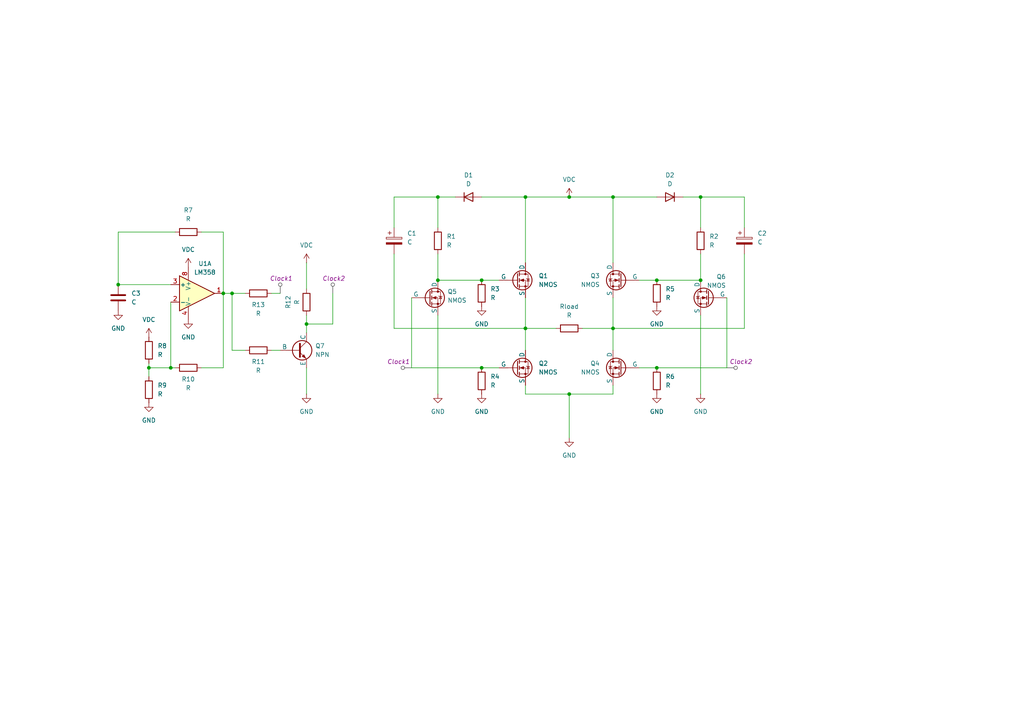
<source format=kicad_sch>
(kicad_sch (version 20231120) (generator "eeschema") (generator_version "8.0")
  (paper "A4")
  (lib_symbols
    (symbol "Amplifier_Operational:LM358" (pin_names (offset 0.127))
      (property "Reference" "U" (at 0 5.08 0))
      (property "Value" "LM358" (at 0 -5.08 0))
      (symbol "LM358_1_1"
        (polyline (pts (xy -5.08 5.08) (xy 5.08 0) (xy -5.08 -5.08) (xy -5.08 5.08)) (stroke (width 0.254)) (fill (type background)))
        (pin output line (at 7.62 0 180) (length 2.54) (name "~") (number "1"))
        (pin input line (at -7.62 -2.54 0) (length 2.54) (name "-") (number "2"))
        (pin input line (at -7.62 2.54 0) (length 2.54) (name "+") (number "3"))
      )
      (symbol "LM358_2_1"
        (polyline (pts (xy -5.08 5.08) (xy 5.08 0) (xy -5.08 -5.08) (xy -5.08 5.08)) (stroke (width 0.254)) (fill (type background)))
        (pin input line (at -7.62 2.54 0) (length 2.54) (name "+") (number "5"))
        (pin input line (at -7.62 -2.54 0) (length 2.54) (name "-") (number "6"))
        (pin output line (at 7.62 0 180) (length 2.54) (name "~") (number "7"))
      )
      (symbol "LM358_3_1"
        (pin power_in line (at -2.54 -7.62 90) (length 3.81) (name "V-") (number "4"))
        (pin power_in line (at -2.54 7.62 270) (length 3.81) (name "V+") (number "8"))
      )
    )
    (symbol "Device:C" (pin_numbers hide) (pin_names (offset 0.254))
      (property "Reference" "C" (at 0.635 2.54 0))
      (property "Value" "C" (at 0.635 -2.54 0))
      (symbol "C_0_1"
        (polyline (pts (xy -2.032 -0.762) (xy 2.032 -0.762)) (stroke (width 0.508)))
        (polyline (pts (xy -2.032 0.762) (xy 2.032 0.762)) (stroke (width 0.508)))
      )
      (symbol "C_1_1"
        (pin passive line (at 0 3.81 270) (length 2.794) (name "~") (number "1"))
        (pin passive line (at 0 -3.81 90) (length 2.794) (name "~") (number "2"))
      )
    )
    (symbol "Device:C_Polarized" (pin_numbers hide) (pin_names (offset 0.254))
      (property "Reference" "C" (at 0.635 2.54 0))
      (property "Value" "C_Polarized" (at 0.635 -2.54 0))
      (symbol "C_Polarized_0_1"
        (rectangle (start -2.286 0.508) (end 2.286 1.016))
        (polyline (pts (xy -1.778 2.286) (xy -0.762 2.286)))
        (polyline (pts (xy -1.27 2.794) (xy -1.27 1.778)))
        (rectangle (start 2.286 -0.508) (end -2.286 -1.016) (fill (type outline)))
      )
      (symbol "C_Polarized_1_1"
        (pin passive line (at 0 3.81 270) (length 2.794) (name "~") (number "1"))
        (pin passive line (at 0 -3.81 90) (length 2.794) (name "~") (number "2"))
      )
    )
    (symbol "Device:D" (pin_numbers hide) (pin_names (offset 1.016) hide)
      (property "Reference" "D" (at 0 2.54 0))
      (property "Value" "D" (at 0 -2.54 0))
      (symbol "D_0_1"
        (polyline (pts (xy -1.27 1.27) (xy -1.27 -1.27)) (stroke (width 0.254)))
        (polyline (pts (xy 1.27 0) (xy -1.27 0)))
        (polyline (pts (xy 1.27 1.27) (xy 1.27 -1.27) (xy -1.27 0) (xy 1.27 1.27)) (stroke (width 0.254)))
      )
      (symbol "D_1_1"
        (pin passive line (at -3.81 0 0) (length 2.54) (name "K") (number "1"))
        (pin passive line (at 3.81 0 180) (length 2.54) (name "A") (number "2"))
      )
    )
    (symbol "Device:R" (pin_numbers hide) (pin_names (offset 0))
      (property "Reference" "R" (at 2.032 0 90))
      (property "Value" "R" (at 0 0 90))
      (symbol "R_0_1"
        (rectangle (start -1.016 -2.54) (end 1.016 2.54) (stroke (width 0.254)))
      )
      (symbol "R_1_1"
        (pin passive line (at 0 3.81 270) (length 1.27) (name "~") (number "1"))
        (pin passive line (at 0 -3.81 90) (length 1.27) (name "~") (number "2"))
      )
    )
    (symbol "Simulation_SPICE:NMOS" (pin_numbers hide) (pin_names (offset 0))
      (property "Reference" "Q" (at 5.08 1.27 0))
      (property "Value" "NMOS" (at 5.08 -1.27 0))
      (symbol "NMOS_0_1"
        (polyline (pts (xy 0.254 0) (xy -2.54 0)))
        (polyline (pts (xy 0.254 1.905) (xy 0.254 -1.905)) (stroke (width 0.254)))
        (polyline (pts (xy 0.762 -1.27) (xy 0.762 -2.286)) (stroke (width 0.254)))
        (polyline (pts (xy 0.762 0.508) (xy 0.762 -0.508)) (stroke (width 0.254)))
        (polyline (pts (xy 0.762 2.286) (xy 0.762 1.27)) (stroke (width 0.254)))
        (polyline (pts (xy 2.54 2.54) (xy 2.54 1.778)))
        (polyline (pts (xy 2.54 -2.54) (xy 2.54 0) (xy 0.762 0)))
        (polyline (pts (xy 0.762 -1.778) (xy 3.302 -1.778) (xy 3.302 1.778) (xy 0.762 1.778)))
        (polyline (pts (xy 1.016 0) (xy 2.032 0.381) (xy 2.032 -0.381) (xy 1.016 0)) (fill (type outline)))
        (polyline (pts (xy 2.794 0.508) (xy 2.921 0.381) (xy 3.683 0.381) (xy 3.81 0.254)))
        (polyline (pts (xy 3.302 0.381) (xy 2.921 -0.254) (xy 3.683 -0.254) (xy 3.302 0.381)))
        (circle (center 1.651 0) (radius 2.794) (stroke (width 0.254)))
        (circle (center 2.54 -1.778) (radius 0.254) (fill (type outline)))
        (circle (center 2.54 1.778) (radius 0.254) (fill (type outline)))
      )
      (symbol "NMOS_1_1"
        (pin passive line (at 2.54 5.08 270) (length 2.54) (name "D") (number "1"))
        (pin input line (at -5.08 0 0) (length 2.54) (name "G") (number "2"))
        (pin passive line (at 2.54 -5.08 90) (length 2.54) (name "S") (number "3"))
      )
    )
    (symbol "Simulation_SPICE:NPN" (pin_numbers hide) (pin_names (offset 0))
      (property "Reference" "Q" (at -2.54 7.62 0))
      (property "Value" "NPN" (at -2.54 5.08 0))
      (symbol "NPN_0_1"
        (polyline (pts (xy -2.54 0) (xy 0.635 0)) (stroke (width 0.1524)))
        (polyline (pts (xy 0.635 0.635) (xy 2.54 2.54)))
        (polyline (pts (xy 2.794 -1.27) (xy 2.794 -1.27)) (stroke (width 0.1524)))
        (polyline (pts (xy 2.794 -1.27) (xy 2.794 -1.27)) (stroke (width 0.1524)))
        (polyline (pts (xy 0.635 -0.635) (xy 2.54 -2.54) (xy 2.54 -2.54)))
        (polyline (pts (xy 0.635 1.905) (xy 0.635 -1.905) (xy 0.635 -1.905)) (stroke (width 0.508)))
        (polyline (pts (xy 1.27 -1.778) (xy 1.778 -1.27) (xy 2.286 -2.286) (xy 1.27 -1.778) (xy 1.27 -1.778)) (fill (type outline)))
        (circle (center 1.27 0) (radius 2.8194) (stroke (width 0.254)))
      )
      (symbol "NPN_1_1"
        (pin open_collector line (at 2.54 5.08 270) (length 2.54) (name "C") (number "1"))
        (pin input line (at -5.08 0 0) (length 2.54) (name "B") (number "2"))
        (pin open_emitter line (at 2.54 -5.08 90) (length 2.54) (name "E") (number "3"))
      )
    )
    (symbol "power:GND" (power) (pin_numbers hide) (pin_names (offset 0) hide)
      (property "Value" "GND" (at 0 -3.81 0))
      (symbol "GND_0_1"
        (polyline (pts (xy 0 0) (xy 0 -1.27) (xy 1.27 -1.27) (xy 0 -2.54) (xy -1.27 -1.27) (xy 0 -1.27)))
      )
      (symbol "GND_1_1"
        (pin power_in line (at 0 0 270) (length 0) (name "~") (number "1"))
      )
    )
    (symbol "power:VDC" (power) (pin_numbers hide) (pin_names (offset 0) hide)
      (property "Value" "VDC" (at 0 3.556 0))
      (symbol "VDC_0_1"
        (polyline (pts (xy -0.762 1.27) (xy 0 2.54)))
        (polyline (pts (xy 0 0) (xy 0 2.54)))
        (polyline (pts (xy 0 2.54) (xy 0.762 1.27)))
      )
      (symbol "VDC_1_1"
        (pin power_in line (at 0 0 90) (length 0) (name "~") (number "1"))
      )
    )
  )
  (junction (at 43.18 106.68))
  (junction (at 203.2 57.15))
  (junction (at 127 81.28))
  (junction (at 165.1 57.15))
  (junction (at 127 57.15))
  (junction (at 165.1 114.3))
  (junction (at 177.8 95.25))
  (junction (at 152.4 57.15))
  (junction (at 64.77 85.09))
  (junction (at 177.8 57.15))
  (junction (at 203.2 81.28))
  (junction (at 190.5 106.68))
  (junction (at 139.7 81.28))
  (junction (at 88.9 93.98))
  (junction (at 152.4 95.25))
  (junction (at 67.31 85.09))
  (junction (at 34.29 82.55))
  (junction (at 139.7 106.68))
  (junction (at 49.53 106.68))
  (junction (at 190.5 81.28))
  (wire (pts (xy 177.8 95.25) (xy 215.9 95.25)))
  (wire (pts (xy 132.08 57.15) (xy 127 57.15)))
  (wire (pts (xy 139.7 106.68) (xy 144.78 106.68)))
  (wire (pts (xy 203.2 57.15) (xy 215.9 57.15)))
  (wire (pts (xy 49.53 106.68) (xy 50.8 106.68)))
  (wire (pts (xy 215.9 73.66) (xy 215.9 95.25)))
  (wire (pts (xy 127 57.15) (xy 127 66.04)))
  (wire (pts (xy 177.8 57.15) (xy 190.5 57.15)))
  (wire (pts (xy 210.82 106.68) (xy 210.82 86.36)))
  (wire (pts (xy 190.5 81.28) (xy 203.2 81.28)))
  (wire (pts (xy 185.42 106.68) (xy 190.5 106.68)))
  (wire (pts (xy 64.77 67.31) (xy 64.77 85.09)))
  (wire (pts (xy 177.8 111.76) (xy 177.8 114.3)))
  (wire (pts (xy 78.74 101.6) (xy 81.28 101.6)))
  (wire (pts (xy 88.9 76.2) (xy 88.9 83.82)))
  (wire (pts (xy 78.74 85.09) (xy 81.28 85.09)))
  (wire (pts (xy 67.31 85.09) (xy 71.12 85.09)))
  (wire (pts (xy 88.9 93.98) (xy 88.9 96.52)))
  (wire (pts (xy 127 91.44) (xy 127 114.3)))
  (wire (pts (xy 50.8 67.31) (xy 34.29 67.31)))
  (wire (pts (xy 152.4 95.25) (xy 161.29 95.25)))
  (wire (pts (xy 114.3 57.15) (xy 127 57.15)))
  (wire (pts (xy 88.9 91.44) (xy 88.9 93.98)))
  (wire (pts (xy 198.12 57.15) (xy 203.2 57.15)))
  (wire (pts (xy 203.2 73.66) (xy 203.2 81.28)))
  (wire (pts (xy 49.53 87.63) (xy 49.53 106.68)))
  (wire (pts (xy 152.4 95.25) (xy 152.4 101.6)))
  (wire (pts (xy 152.4 114.3) (xy 165.1 114.3)))
  (wire (pts (xy 203.2 91.44) (xy 203.2 114.3)))
  (wire (pts (xy 64.77 85.09) (xy 64.77 106.68)))
  (wire (pts (xy 152.4 86.36) (xy 152.4 95.25)))
  (wire (pts (xy 43.18 105.41) (xy 43.18 106.68)))
  (wire (pts (xy 114.3 66.04) (xy 114.3 57.15)))
  (wire (pts (xy 127 73.66) (xy 127 81.28)))
  (wire (pts (xy 64.77 85.09) (xy 67.31 85.09)))
  (wire (pts (xy 43.18 106.68) (xy 43.18 109.22)))
  (wire (pts (xy 177.8 95.25) (xy 177.8 101.6)))
  (wire (pts (xy 114.3 95.25) (xy 152.4 95.25)))
  (wire (pts (xy 34.29 67.31) (xy 34.29 82.55)))
  (wire (pts (xy 215.9 57.15) (xy 215.9 66.04)))
  (wire (pts (xy 139.7 81.28) (xy 144.78 81.28)))
  (wire (pts (xy 96.52 85.09) (xy 96.52 93.98)))
  (wire (pts (xy 152.4 57.15) (xy 165.1 57.15)))
  (wire (pts (xy 127 81.28) (xy 139.7 81.28)))
  (wire (pts (xy 67.31 101.6) (xy 71.12 101.6)))
  (wire (pts (xy 88.9 93.98) (xy 96.52 93.98)))
  (wire (pts (xy 203.2 57.15) (xy 203.2 66.04)))
  (wire (pts (xy 190.5 106.68) (xy 210.82 106.68)))
  (wire (pts (xy 139.7 57.15) (xy 152.4 57.15)))
  (wire (pts (xy 165.1 114.3) (xy 165.1 127)))
  (wire (pts (xy 114.3 73.66) (xy 114.3 95.25)))
  (wire (pts (xy 34.29 82.55) (xy 49.53 82.55)))
  (wire (pts (xy 43.18 106.68) (xy 49.53 106.68)))
  (wire (pts (xy 168.91 95.25) (xy 177.8 95.25)))
  (wire (pts (xy 152.4 111.76) (xy 152.4 114.3)))
  (wire (pts (xy 177.8 57.15) (xy 177.8 76.2)))
  (wire (pts (xy 58.42 67.31) (xy 64.77 67.31)))
  (wire (pts (xy 119.38 86.36) (xy 119.38 106.68)))
  (wire (pts (xy 119.38 106.68) (xy 139.7 106.68)))
  (wire (pts (xy 185.42 81.28) (xy 190.5 81.28)))
  (wire (pts (xy 67.31 85.09) (xy 67.31 101.6)))
  (wire (pts (xy 165.1 114.3) (xy 177.8 114.3)))
  (wire (pts (xy 58.42 106.68) (xy 64.77 106.68)))
  (wire (pts (xy 152.4 57.15) (xy 152.4 76.2)))
  (wire (pts (xy 165.1 57.15) (xy 177.8 57.15)))
  (wire (pts (xy 88.9 106.68) (xy 88.9 114.3)))
  (wire (pts (xy 177.8 86.36) (xy 177.8 95.25)))
  (netclass_flag "" (length 2.54) (shape round) (at 210.82 106.68 270) (property "Netclass" "Clock2" (at 218.186 104.902 0) (effects (font (italic yes)) (justify right))))
  (netclass_flag "" (length 2.54) (shape round) (at 119.38 106.68 90) (property "Netclass" "Clock1" (at 112.268 104.902 0) (effects (font (italic yes)) (justify left))))
  (netclass_flag "" (length 2.54) (shape round) (at 81.28 85.09 0) (property "Netclass" "Clock1" (at 78.232 80.772 0) (effects (font (italic yes)) (justify left))))
  (netclass_flag "" (length 2.54) (shape round) (at 96.52 85.09 0) (property "Netclass" "Clock2" (at 93.472 80.772 0) (effects (font (italic yes)) (justify left))))
  (symbol (lib_id "Device:R") (at 54.61 67.31 90) (unit 1)
    (property "Reference" "R7" (at 54.61 60.96 90))
    (property "Value" "R" (at 54.61 63.5 90))
    (property "Description" "Resistor" (effects (hide yes)))
  )
  (symbol (lib_id "Simulation_SPICE:NMOS") (at 205.74 86.36 0) (mirror y) (unit 1)
    (property "Reference" "Q6" (at 210.566 80.264 0) (effects (justify left)))
    (property "Value" "NMOS" (at 210.566 82.804 0) (effects (justify left)))
    (property "Datasheet" "https://ngspice.sourceforge.io/docs/ngspice-html-manual/manual.xhtml#cha_MOSFETs" (effects (hide yes)))
    (property "Description" "N-MOSFET transistor, drain/source/gate" (effects (hide yes)))
    (property "Sim.Device" "NMOS" (effects (hide yes)))
    (property "Sim.Type" "VDMOS" (effects (hide yes)))
    (property "Sim.Pins" "1=D 2=G 3=S" (effects (hide yes)))
  )
  (symbol (lib_id "Device:C") (at 34.29 86.36 0) (unit 1)
    (property "Reference" "C3" (at 38.1 85.0899 0) (effects (justify left)))
    (property "Value" "C" (at 38.1 87.6299 0) (effects (justify left)))
    (property "Description" "Unpolarized capacitor" (effects (hide yes)))
  )
  (symbol (lib_id "Device:C_Polarized") (at 215.9 69.85 0) (unit 1)
    (property "Reference" "C2" (at 219.71 67.6909 0) (effects (justify left)))
    (property "Value" "C" (at 219.71 70.2309 0) (effects (justify left)))
    (property "Description" "Polarized capacitor" (effects (hide yes)))
  )
  (symbol (lib_id "Device:R") (at 190.5 85.09 0) (unit 1)
    (property "Reference" "R5" (at 193.04 83.8199 0) (effects (justify left)))
    (property "Value" "R" (at 193.04 86.3599 0) (effects (justify left)))
    (property "Description" "Resistor" (effects (hide yes)))
  )
  (symbol (lib_id "Device:R") (at 139.7 85.09 0) (unit 1)
    (property "Reference" "R3" (at 142.24 83.8199 0) (effects (justify left)))
    (property "Value" "R" (at 142.24 86.3599 0) (effects (justify left)))
    (property "Description" "Resistor" (effects (hide yes)))
  )
  (symbol (lib_id "power:GND") (at 190.5 88.9 0) (unit 1)
    (property "Reference" "#PWR07" (effects (hide yes)))
    (property "Value" "GND" (at 190.5 93.98 0))
    (property "Description" "Power symbol creates a global label with name \"GND\" , ground" (effects (hide yes)))
  )
  (symbol (lib_id "power:GND") (at 34.29 90.17 0) (unit 1)
    (property "Reference" "#PWR013" (effects (hide yes)))
    (property "Value" "GND" (at 34.29 95.25 0))
    (property "Description" "Power symbol creates a global label with name \"GND\" , ground" (effects (hide yes)))
  )
  (symbol (lib_id "Device:D") (at 135.89 57.15 0) (unit 1)
    (property "Reference" "D1" (at 135.89 50.8 0))
    (property "Value" "D" (at 135.89 53.34 0))
    (property "Description" "Diode" (effects (hide yes)))
    (property "Sim.Device" "D" (effects (hide yes)))
    (property "Sim.Pins" "1=K 2=A" (effects (hide yes)))
  )
  (symbol (lib_id "Device:R") (at 127 69.85 0) (unit 1)
    (property "Reference" "R1" (at 129.54 68.5799 0) (effects (justify left)))
    (property "Value" "R" (at 129.54 71.1199 0) (effects (justify left)))
    (property "Description" "Resistor" (effects (hide yes)))
  )
  (symbol (lib_id "power:VDC") (at 165.1 57.15 0) (unit 1)
    (property "Reference" "#PWR01" (effects (hide yes)))
    (property "Value" "VDC" (at 165.1 52.07 0))
    (property "Description" "Power symbol creates a global label with name \"VDC\"" (effects (hide yes)))
  )
  (symbol (lib_id "power:GND") (at 139.7 114.3 0) (unit 1)
    (property "Reference" "#PWR09" (effects (hide yes)))
    (property "Value" "GND" (at 139.7 119.38 0))
    (property "Description" "Power symbol creates a global label with name \"GND\" , ground" (effects (hide yes)))
  )
  (symbol (lib_id "Device:C_Polarized") (at 114.3 69.85 0) (unit 1)
    (property "Reference" "C1" (at 118.11 67.6909 0) (effects (justify left)))
    (property "Value" "C" (at 118.11 70.2309 0) (effects (justify left)))
    (property "Description" "Polarized capacitor" (effects (hide yes)))
  )
  (symbol (lib_id "power:GND") (at 139.7 88.9 0) (unit 1)
    (property "Reference" "#PWR010" (effects (hide yes)))
    (property "Value" "GND" (at 139.7 93.98 0))
    (property "Description" "Power symbol creates a global label with name \"GND\" , ground" (effects (hide yes)))
  )
  (symbol (lib_id "Device:R") (at 74.93 85.09 90) (unit 1)
    (property "Reference" "R13" (at 74.93 88.392 90))
    (property "Value" "R" (at 74.93 90.932 90))
    (property "Description" "Resistor" (effects (hide yes)))
  )
  (symbol (lib_id "Simulation_SPICE:NMOS") (at 180.34 106.68 0) (mirror y) (unit 1)
    (property "Reference" "Q4" (at 173.99 105.4099 0) (effects (justify left)))
    (property "Value" "NMOS" (at 173.99 107.9499 0) (effects (justify left)))
    (property "Datasheet" "https://ngspice.sourceforge.io/docs/ngspice-html-manual/manual.xhtml#cha_MOSFETs" (effects (hide yes)))
    (property "Description" "N-MOSFET transistor, drain/source/gate" (effects (hide yes)))
    (property "Sim.Device" "NMOS" (effects (hide yes)))
    (property "Sim.Type" "VDMOS" (effects (hide yes)))
    (property "Sim.Pins" "1=D 2=G 3=S" (effects (hide yes)))
  )
  (symbol (lib_id "power:VDC") (at 54.61 77.47 0) (unit 1)
    (property "Reference" "#PWR06" (effects (hide yes)))
    (property "Value" "VDC" (at 54.61 72.39 0))
    (property "Description" "Power symbol creates a global label with name \"VDC\"" (effects (hide yes)))
  )
  (symbol (lib_id "Amplifier_Operational:LM358") (at 57.15 85.09 0) (unit 3)
    (property "Reference" "U1" (effects (hide yes)))
    (property "Value" "LM358" (effects (hide yes)))
    (property "Datasheet" "http://www.ti.com/lit/ds/symlink/lm2904-n.pdf" (effects (hide yes)))
    (property "Description" "Low-Power, Dual Operational Amplifiers, DIP-8/SOIC-8/TO-99-8" (effects (hide yes)))
  )
  (symbol (lib_id "power:GND") (at 43.18 116.84 0) (unit 1)
    (property "Reference" "#PWR012" (effects (hide yes)))
    (property "Value" "GND" (at 43.18 121.92 0))
    (property "Description" "Power symbol creates a global label with name \"GND\" , ground" (effects (hide yes)))
  )
  (symbol (lib_id "power:GND") (at 165.1 127 0) (unit 1)
    (property "Reference" "#PWR02" (effects (hide yes)))
    (property "Value" "GND" (at 165.1 132.08 0))
    (property "Description" "Power symbol creates a global label with name \"GND\" , ground" (effects (hide yes)))
  )
  (symbol (lib_id "Simulation_SPICE:NMOS") (at 149.86 106.68 0) (unit 1)
    (property "Reference" "Q2" (at 156.21 105.4099 0) (effects (justify left)))
    (property "Value" "NMOS" (at 156.21 107.9499 0) (effects (justify left)))
    (property "Datasheet" "https://ngspice.sourceforge.io/docs/ngspice-html-manual/manual.xhtml#cha_MOSFETs" (effects (hide yes)))
    (property "Description" "N-MOSFET transistor, drain/source/gate" (effects (hide yes)))
    (property "Sim.Device" "NMOS" (effects (hide yes)))
    (property "Sim.Type" "VDMOS" (effects (hide yes)))
    (property "Sim.Pins" "1=D 2=G 3=S" (effects (hide yes)))
  )
  (symbol (lib_id "Device:R") (at 203.2 69.85 0) (unit 1)
    (property "Reference" "R2" (at 205.74 68.5799 0) (effects (justify left)))
    (property "Value" "R" (at 205.74 71.1199 0) (effects (justify left)))
    (property "Description" "Resistor" (effects (hide yes)))
  )
  (symbol (lib_id "power:GND") (at 88.9 114.3 0) (unit 1)
    (property "Reference" "#PWR015" (effects (hide yes)))
    (property "Value" "GND" (at 88.9 119.38 0))
    (property "Description" "Power symbol creates a global label with name \"GND\" , ground" (effects (hide yes)))
  )
  (symbol (lib_id "power:GND") (at 190.5 114.3 0) (unit 1)
    (property "Reference" "#PWR08" (effects (hide yes)))
    (property "Value" "GND" (at 190.5 119.38 0))
    (property "Description" "Power symbol creates a global label with name \"GND\" , ground" (effects (hide yes)))
  )
  (symbol (lib_id "Device:R") (at 139.7 110.49 0) (unit 1)
    (property "Reference" "R4" (at 142.24 109.2199 0) (effects (justify left)))
    (property "Value" "R" (at 142.24 111.7599 0) (effects (justify left)))
    (property "Description" "Resistor" (effects (hide yes)))
  )
  (symbol (lib_id "power:VDC") (at 43.18 97.79 0) (unit 1)
    (property "Reference" "#PWR011" (effects (hide yes)))
    (property "Value" "VDC" (at 43.18 92.71 0))
    (property "Description" "Power symbol creates a global label with name \"VDC\"" (effects (hide yes)))
  )
  (symbol (lib_id "Device:R") (at 43.18 101.6 0) (unit 1)
    (property "Reference" "R8" (at 45.72 100.3299 0) (effects (justify left)))
    (property "Value" "R" (at 45.72 102.8699 0) (effects (justify left)))
    (property "Description" "Resistor" (effects (hide yes)))
  )
  (symbol (lib_id "Amplifier_Operational:LM358") (at 57.15 85.09 0) (unit 1)
    (property "Reference" "U1" (at 59.436 76.454 0))
    (property "Value" "LM358" (at 59.436 78.994 0))
    (property "Datasheet" "http://www.ti.com/lit/ds/symlink/lm2904-n.pdf" (effects (hide yes)))
    (property "Description" "Low-Power, Dual Operational Amplifiers, DIP-8/SOIC-8/TO-99-8" (effects (hide yes)))
  )
  (symbol (lib_id "Simulation_SPICE:NPN") (at 86.36 101.6 0) (unit 1)
    (property "Reference" "Q7" (at 91.44 100.3299 0) (effects (justify left)))
    (property "Value" "NPN" (at 91.44 102.8699 0) (effects (justify left)))
    (property "Datasheet" "https://ngspice.sourceforge.io/docs/ngspice-html-manual/manual.xhtml#cha_BJTs" (effects (hide yes)))
    (property "Description" "Bipolar transistor symbol for simulation only, substrate tied to the emitter" (effects (hide yes)))
    (property "Sim.Device" "NPN" (effects (hide yes)))
    (property "Sim.Type" "GUMMELPOON" (effects (hide yes)))
    (property "Sim.Pins" "1=C 2=B 3=E" (effects (hide yes)))
  )
  (symbol (lib_id "Device:R") (at 190.5 110.49 0) (unit 1)
    (property "Reference" "R6" (at 193.04 109.2199 0) (effects (justify left)))
    (property "Value" "R" (at 193.04 111.7599 0) (effects (justify left)))
    (property "Description" "Resistor" (effects (hide yes)))
  )
  (symbol (lib_id "Device:R") (at 43.18 113.03 0) (unit 1)
    (property "Reference" "R9" (at 45.72 111.7599 0) (effects (justify left)))
    (property "Value" "R" (at 45.72 114.2999 0) (effects (justify left)))
    (property "Description" "Resistor" (effects (hide yes)))
  )
  (symbol (lib_id "power:GND") (at 203.2 114.3 0) (unit 1)
    (property "Reference" "#PWR04" (effects (hide yes)))
    (property "Value" "GND" (at 203.2 119.38 0))
    (property "Description" "Power symbol creates a global label with name \"GND\" , ground" (effects (hide yes)))
  )
  (symbol (lib_id "Simulation_SPICE:NMOS") (at 149.86 81.28 0) (unit 1)
    (property "Reference" "Q1" (at 156.21 80.0099 0) (effects (justify left)))
    (property "Value" "NMOS" (at 156.21 82.5499 0) (effects (justify left)))
    (property "Datasheet" "https://ngspice.sourceforge.io/docs/ngspice-html-manual/manual.xhtml#cha_MOSFETs" (effects (hide yes)))
    (property "Description" "N-MOSFET transistor, drain/source/gate" (effects (hide yes)))
    (property "Sim.Device" "NMOS" (effects (hide yes)))
    (property "Sim.Type" "VDMOS" (effects (hide yes)))
    (property "Sim.Pins" "1=D 2=G 3=S" (effects (hide yes)))
  )
  (symbol (lib_id "Device:R") (at 88.9 87.63 180) (unit 1)
    (property "Reference" "R12" (at 83.566 87.63 90))
    (property "Value" "R" (at 86.106 87.63 90))
    (property "Description" "Resistor" (effects (hide yes)))
  )
  (symbol (lib_id "power:GND") (at 127 114.3 0) (unit 1)
    (property "Reference" "#PWR03" (effects (hide yes)))
    (property "Value" "GND" (at 127 119.38 0))
    (property "Description" "Power symbol creates a global label with name \"GND\" , ground" (effects (hide yes)))
  )
  (symbol (lib_id "power:GND") (at 54.61 92.71 0) (unit 1)
    (property "Reference" "#PWR05" (effects (hide yes)))
    (property "Value" "GND" (at 54.61 97.79 0))
    (property "Description" "Power symbol creates a global label with name \"GND\" , ground" (effects (hide yes)))
  )
  (symbol (lib_id "power:VDC") (at 88.9 76.2 0) (unit 1)
    (property "Reference" "#PWR014" (effects (hide yes)))
    (property "Value" "VDC" (at 88.9 71.12 0))
    (property "Description" "Power symbol creates a global label with name \"VDC\"" (effects (hide yes)))
  )
  (symbol (lib_id "Device:R") (at 165.1 95.25 90) (unit 1)
    (property "Reference" "Rload" (at 165.1 88.9 90))
    (property "Value" "R" (at 165.1 91.44 90))
    (property "Description" "Resistor" (effects (hide yes)))
  )
  (symbol (lib_id "Simulation_SPICE:NMOS") (at 180.34 81.28 0) (mirror y) (unit 1)
    (property "Reference" "Q3" (at 173.99 80.0099 0) (effects (justify left)))
    (property "Value" "NMOS" (at 173.99 82.5499 0) (effects (justify left)))
    (property "Datasheet" "https://ngspice.sourceforge.io/docs/ngspice-html-manual/manual.xhtml#cha_MOSFETs" (effects (hide yes)))
    (property "Description" "N-MOSFET transistor, drain/source/gate" (effects (hide yes)))
    (property "Sim.Device" "NMOS" (effects (hide yes)))
    (property "Sim.Type" "VDMOS" (effects (hide yes)))
    (property "Sim.Pins" "1=D 2=G 3=S" (effects (hide yes)))
  )
  (symbol (lib_id "Device:R") (at 74.93 101.6 90) (unit 1)
    (property "Reference" "R11" (at 74.93 104.902 90))
    (property "Value" "R" (at 74.93 107.442 90))
    (property "Description" "Resistor" (effects (hide yes)))
  )
  (symbol (lib_id "Device:R") (at 54.61 106.68 90) (unit 1)
    (property "Reference" "R10" (at 54.61 109.982 90))
    (property "Value" "R" (at 54.61 112.522 90))
    (property "Description" "Resistor" (effects (hide yes)))
  )
  (symbol (lib_id "Device:D") (at 194.31 57.15 180) (unit 1)
    (property "Reference" "D2" (at 194.31 50.8 0))
    (property "Value" "D" (at 194.31 53.34 0))
    (property "Description" "Diode" (effects (hide yes)))
    (property "Sim.Device" "D" (effects (hide yes)))
    (property "Sim.Pins" "1=K 2=A" (effects (hide yes)))
  )
  (symbol (lib_id "Simulation_SPICE:NMOS") (at 124.46 86.36 0) (unit 1)
    (property "Reference" "Q5" (at 129.794 84.582 0) (effects (justify left)))
    (property "Value" "NMOS" (at 129.794 87.122 0) (effects (justify left)))
    (property "Datasheet" "https://ngspice.sourceforge.io/docs/ngspice-html-manual/manual.xhtml#cha_MOSFETs" (effects (hide yes)))
    (property "Description" "N-MOSFET transistor, drain/source/gate" (effects (hide yes)))
    (property "Sim.Device" "NMOS" (effects (hide yes)))
    (property "Sim.Type" "VDMOS" (effects (hide yes)))
    (property "Sim.Pins" "1=D 2=G 3=S" (effects (hide yes)))
  )
)
</source>
